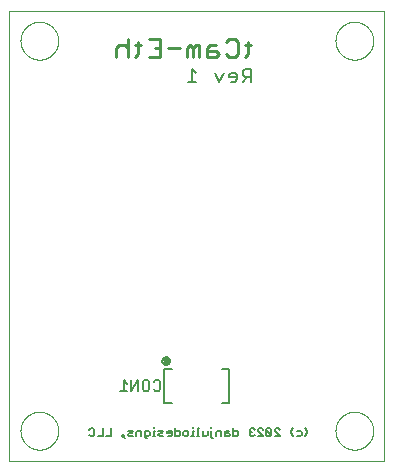
<source format=gbo>
G75*
%MOIN*%
%OFA0B0*%
%FSLAX25Y25*%
%IPPOS*%
%LPD*%
%AMOC8*
5,1,8,0,0,1.08239X$1,22.5*
%
%ADD10C,0.00000*%
%ADD11C,0.01100*%
%ADD12C,0.00800*%
%ADD13C,0.00500*%
%ADD14C,0.00806*%
%ADD15C,0.00600*%
D10*
X0031033Y0023661D02*
X0031033Y0173661D01*
X0156033Y0173661D01*
X0156033Y0023661D01*
X0031033Y0023661D01*
X0034734Y0033661D02*
X0034736Y0033819D01*
X0034742Y0033977D01*
X0034752Y0034135D01*
X0034766Y0034293D01*
X0034784Y0034450D01*
X0034805Y0034607D01*
X0034831Y0034763D01*
X0034861Y0034919D01*
X0034894Y0035074D01*
X0034932Y0035227D01*
X0034973Y0035380D01*
X0035018Y0035532D01*
X0035067Y0035683D01*
X0035120Y0035832D01*
X0035176Y0035980D01*
X0035236Y0036126D01*
X0035300Y0036271D01*
X0035368Y0036414D01*
X0035439Y0036556D01*
X0035513Y0036696D01*
X0035591Y0036833D01*
X0035673Y0036969D01*
X0035757Y0037103D01*
X0035846Y0037234D01*
X0035937Y0037363D01*
X0036032Y0037490D01*
X0036129Y0037615D01*
X0036230Y0037737D01*
X0036334Y0037856D01*
X0036441Y0037973D01*
X0036551Y0038087D01*
X0036664Y0038198D01*
X0036779Y0038307D01*
X0036897Y0038412D01*
X0037018Y0038514D01*
X0037141Y0038614D01*
X0037267Y0038710D01*
X0037395Y0038803D01*
X0037525Y0038893D01*
X0037658Y0038979D01*
X0037793Y0039063D01*
X0037929Y0039142D01*
X0038068Y0039219D01*
X0038209Y0039291D01*
X0038351Y0039361D01*
X0038495Y0039426D01*
X0038641Y0039488D01*
X0038788Y0039546D01*
X0038937Y0039601D01*
X0039087Y0039652D01*
X0039238Y0039699D01*
X0039390Y0039742D01*
X0039543Y0039781D01*
X0039698Y0039817D01*
X0039853Y0039848D01*
X0040009Y0039876D01*
X0040165Y0039900D01*
X0040322Y0039920D01*
X0040480Y0039936D01*
X0040637Y0039948D01*
X0040796Y0039956D01*
X0040954Y0039960D01*
X0041112Y0039960D01*
X0041270Y0039956D01*
X0041429Y0039948D01*
X0041586Y0039936D01*
X0041744Y0039920D01*
X0041901Y0039900D01*
X0042057Y0039876D01*
X0042213Y0039848D01*
X0042368Y0039817D01*
X0042523Y0039781D01*
X0042676Y0039742D01*
X0042828Y0039699D01*
X0042979Y0039652D01*
X0043129Y0039601D01*
X0043278Y0039546D01*
X0043425Y0039488D01*
X0043571Y0039426D01*
X0043715Y0039361D01*
X0043857Y0039291D01*
X0043998Y0039219D01*
X0044137Y0039142D01*
X0044273Y0039063D01*
X0044408Y0038979D01*
X0044541Y0038893D01*
X0044671Y0038803D01*
X0044799Y0038710D01*
X0044925Y0038614D01*
X0045048Y0038514D01*
X0045169Y0038412D01*
X0045287Y0038307D01*
X0045402Y0038198D01*
X0045515Y0038087D01*
X0045625Y0037973D01*
X0045732Y0037856D01*
X0045836Y0037737D01*
X0045937Y0037615D01*
X0046034Y0037490D01*
X0046129Y0037363D01*
X0046220Y0037234D01*
X0046309Y0037103D01*
X0046393Y0036969D01*
X0046475Y0036833D01*
X0046553Y0036696D01*
X0046627Y0036556D01*
X0046698Y0036414D01*
X0046766Y0036271D01*
X0046830Y0036126D01*
X0046890Y0035980D01*
X0046946Y0035832D01*
X0046999Y0035683D01*
X0047048Y0035532D01*
X0047093Y0035380D01*
X0047134Y0035227D01*
X0047172Y0035074D01*
X0047205Y0034919D01*
X0047235Y0034763D01*
X0047261Y0034607D01*
X0047282Y0034450D01*
X0047300Y0034293D01*
X0047314Y0034135D01*
X0047324Y0033977D01*
X0047330Y0033819D01*
X0047332Y0033661D01*
X0047330Y0033503D01*
X0047324Y0033345D01*
X0047314Y0033187D01*
X0047300Y0033029D01*
X0047282Y0032872D01*
X0047261Y0032715D01*
X0047235Y0032559D01*
X0047205Y0032403D01*
X0047172Y0032248D01*
X0047134Y0032095D01*
X0047093Y0031942D01*
X0047048Y0031790D01*
X0046999Y0031639D01*
X0046946Y0031490D01*
X0046890Y0031342D01*
X0046830Y0031196D01*
X0046766Y0031051D01*
X0046698Y0030908D01*
X0046627Y0030766D01*
X0046553Y0030626D01*
X0046475Y0030489D01*
X0046393Y0030353D01*
X0046309Y0030219D01*
X0046220Y0030088D01*
X0046129Y0029959D01*
X0046034Y0029832D01*
X0045937Y0029707D01*
X0045836Y0029585D01*
X0045732Y0029466D01*
X0045625Y0029349D01*
X0045515Y0029235D01*
X0045402Y0029124D01*
X0045287Y0029015D01*
X0045169Y0028910D01*
X0045048Y0028808D01*
X0044925Y0028708D01*
X0044799Y0028612D01*
X0044671Y0028519D01*
X0044541Y0028429D01*
X0044408Y0028343D01*
X0044273Y0028259D01*
X0044137Y0028180D01*
X0043998Y0028103D01*
X0043857Y0028031D01*
X0043715Y0027961D01*
X0043571Y0027896D01*
X0043425Y0027834D01*
X0043278Y0027776D01*
X0043129Y0027721D01*
X0042979Y0027670D01*
X0042828Y0027623D01*
X0042676Y0027580D01*
X0042523Y0027541D01*
X0042368Y0027505D01*
X0042213Y0027474D01*
X0042057Y0027446D01*
X0041901Y0027422D01*
X0041744Y0027402D01*
X0041586Y0027386D01*
X0041429Y0027374D01*
X0041270Y0027366D01*
X0041112Y0027362D01*
X0040954Y0027362D01*
X0040796Y0027366D01*
X0040637Y0027374D01*
X0040480Y0027386D01*
X0040322Y0027402D01*
X0040165Y0027422D01*
X0040009Y0027446D01*
X0039853Y0027474D01*
X0039698Y0027505D01*
X0039543Y0027541D01*
X0039390Y0027580D01*
X0039238Y0027623D01*
X0039087Y0027670D01*
X0038937Y0027721D01*
X0038788Y0027776D01*
X0038641Y0027834D01*
X0038495Y0027896D01*
X0038351Y0027961D01*
X0038209Y0028031D01*
X0038068Y0028103D01*
X0037929Y0028180D01*
X0037793Y0028259D01*
X0037658Y0028343D01*
X0037525Y0028429D01*
X0037395Y0028519D01*
X0037267Y0028612D01*
X0037141Y0028708D01*
X0037018Y0028808D01*
X0036897Y0028910D01*
X0036779Y0029015D01*
X0036664Y0029124D01*
X0036551Y0029235D01*
X0036441Y0029349D01*
X0036334Y0029466D01*
X0036230Y0029585D01*
X0036129Y0029707D01*
X0036032Y0029832D01*
X0035937Y0029959D01*
X0035846Y0030088D01*
X0035757Y0030219D01*
X0035673Y0030353D01*
X0035591Y0030489D01*
X0035513Y0030626D01*
X0035439Y0030766D01*
X0035368Y0030908D01*
X0035300Y0031051D01*
X0035236Y0031196D01*
X0035176Y0031342D01*
X0035120Y0031490D01*
X0035067Y0031639D01*
X0035018Y0031790D01*
X0034973Y0031942D01*
X0034932Y0032095D01*
X0034894Y0032248D01*
X0034861Y0032403D01*
X0034831Y0032559D01*
X0034805Y0032715D01*
X0034784Y0032872D01*
X0034766Y0033029D01*
X0034752Y0033187D01*
X0034742Y0033345D01*
X0034736Y0033503D01*
X0034734Y0033661D01*
X0139734Y0033661D02*
X0139736Y0033819D01*
X0139742Y0033977D01*
X0139752Y0034135D01*
X0139766Y0034293D01*
X0139784Y0034450D01*
X0139805Y0034607D01*
X0139831Y0034763D01*
X0139861Y0034919D01*
X0139894Y0035074D01*
X0139932Y0035227D01*
X0139973Y0035380D01*
X0140018Y0035532D01*
X0140067Y0035683D01*
X0140120Y0035832D01*
X0140176Y0035980D01*
X0140236Y0036126D01*
X0140300Y0036271D01*
X0140368Y0036414D01*
X0140439Y0036556D01*
X0140513Y0036696D01*
X0140591Y0036833D01*
X0140673Y0036969D01*
X0140757Y0037103D01*
X0140846Y0037234D01*
X0140937Y0037363D01*
X0141032Y0037490D01*
X0141129Y0037615D01*
X0141230Y0037737D01*
X0141334Y0037856D01*
X0141441Y0037973D01*
X0141551Y0038087D01*
X0141664Y0038198D01*
X0141779Y0038307D01*
X0141897Y0038412D01*
X0142018Y0038514D01*
X0142141Y0038614D01*
X0142267Y0038710D01*
X0142395Y0038803D01*
X0142525Y0038893D01*
X0142658Y0038979D01*
X0142793Y0039063D01*
X0142929Y0039142D01*
X0143068Y0039219D01*
X0143209Y0039291D01*
X0143351Y0039361D01*
X0143495Y0039426D01*
X0143641Y0039488D01*
X0143788Y0039546D01*
X0143937Y0039601D01*
X0144087Y0039652D01*
X0144238Y0039699D01*
X0144390Y0039742D01*
X0144543Y0039781D01*
X0144698Y0039817D01*
X0144853Y0039848D01*
X0145009Y0039876D01*
X0145165Y0039900D01*
X0145322Y0039920D01*
X0145480Y0039936D01*
X0145637Y0039948D01*
X0145796Y0039956D01*
X0145954Y0039960D01*
X0146112Y0039960D01*
X0146270Y0039956D01*
X0146429Y0039948D01*
X0146586Y0039936D01*
X0146744Y0039920D01*
X0146901Y0039900D01*
X0147057Y0039876D01*
X0147213Y0039848D01*
X0147368Y0039817D01*
X0147523Y0039781D01*
X0147676Y0039742D01*
X0147828Y0039699D01*
X0147979Y0039652D01*
X0148129Y0039601D01*
X0148278Y0039546D01*
X0148425Y0039488D01*
X0148571Y0039426D01*
X0148715Y0039361D01*
X0148857Y0039291D01*
X0148998Y0039219D01*
X0149137Y0039142D01*
X0149273Y0039063D01*
X0149408Y0038979D01*
X0149541Y0038893D01*
X0149671Y0038803D01*
X0149799Y0038710D01*
X0149925Y0038614D01*
X0150048Y0038514D01*
X0150169Y0038412D01*
X0150287Y0038307D01*
X0150402Y0038198D01*
X0150515Y0038087D01*
X0150625Y0037973D01*
X0150732Y0037856D01*
X0150836Y0037737D01*
X0150937Y0037615D01*
X0151034Y0037490D01*
X0151129Y0037363D01*
X0151220Y0037234D01*
X0151309Y0037103D01*
X0151393Y0036969D01*
X0151475Y0036833D01*
X0151553Y0036696D01*
X0151627Y0036556D01*
X0151698Y0036414D01*
X0151766Y0036271D01*
X0151830Y0036126D01*
X0151890Y0035980D01*
X0151946Y0035832D01*
X0151999Y0035683D01*
X0152048Y0035532D01*
X0152093Y0035380D01*
X0152134Y0035227D01*
X0152172Y0035074D01*
X0152205Y0034919D01*
X0152235Y0034763D01*
X0152261Y0034607D01*
X0152282Y0034450D01*
X0152300Y0034293D01*
X0152314Y0034135D01*
X0152324Y0033977D01*
X0152330Y0033819D01*
X0152332Y0033661D01*
X0152330Y0033503D01*
X0152324Y0033345D01*
X0152314Y0033187D01*
X0152300Y0033029D01*
X0152282Y0032872D01*
X0152261Y0032715D01*
X0152235Y0032559D01*
X0152205Y0032403D01*
X0152172Y0032248D01*
X0152134Y0032095D01*
X0152093Y0031942D01*
X0152048Y0031790D01*
X0151999Y0031639D01*
X0151946Y0031490D01*
X0151890Y0031342D01*
X0151830Y0031196D01*
X0151766Y0031051D01*
X0151698Y0030908D01*
X0151627Y0030766D01*
X0151553Y0030626D01*
X0151475Y0030489D01*
X0151393Y0030353D01*
X0151309Y0030219D01*
X0151220Y0030088D01*
X0151129Y0029959D01*
X0151034Y0029832D01*
X0150937Y0029707D01*
X0150836Y0029585D01*
X0150732Y0029466D01*
X0150625Y0029349D01*
X0150515Y0029235D01*
X0150402Y0029124D01*
X0150287Y0029015D01*
X0150169Y0028910D01*
X0150048Y0028808D01*
X0149925Y0028708D01*
X0149799Y0028612D01*
X0149671Y0028519D01*
X0149541Y0028429D01*
X0149408Y0028343D01*
X0149273Y0028259D01*
X0149137Y0028180D01*
X0148998Y0028103D01*
X0148857Y0028031D01*
X0148715Y0027961D01*
X0148571Y0027896D01*
X0148425Y0027834D01*
X0148278Y0027776D01*
X0148129Y0027721D01*
X0147979Y0027670D01*
X0147828Y0027623D01*
X0147676Y0027580D01*
X0147523Y0027541D01*
X0147368Y0027505D01*
X0147213Y0027474D01*
X0147057Y0027446D01*
X0146901Y0027422D01*
X0146744Y0027402D01*
X0146586Y0027386D01*
X0146429Y0027374D01*
X0146270Y0027366D01*
X0146112Y0027362D01*
X0145954Y0027362D01*
X0145796Y0027366D01*
X0145637Y0027374D01*
X0145480Y0027386D01*
X0145322Y0027402D01*
X0145165Y0027422D01*
X0145009Y0027446D01*
X0144853Y0027474D01*
X0144698Y0027505D01*
X0144543Y0027541D01*
X0144390Y0027580D01*
X0144238Y0027623D01*
X0144087Y0027670D01*
X0143937Y0027721D01*
X0143788Y0027776D01*
X0143641Y0027834D01*
X0143495Y0027896D01*
X0143351Y0027961D01*
X0143209Y0028031D01*
X0143068Y0028103D01*
X0142929Y0028180D01*
X0142793Y0028259D01*
X0142658Y0028343D01*
X0142525Y0028429D01*
X0142395Y0028519D01*
X0142267Y0028612D01*
X0142141Y0028708D01*
X0142018Y0028808D01*
X0141897Y0028910D01*
X0141779Y0029015D01*
X0141664Y0029124D01*
X0141551Y0029235D01*
X0141441Y0029349D01*
X0141334Y0029466D01*
X0141230Y0029585D01*
X0141129Y0029707D01*
X0141032Y0029832D01*
X0140937Y0029959D01*
X0140846Y0030088D01*
X0140757Y0030219D01*
X0140673Y0030353D01*
X0140591Y0030489D01*
X0140513Y0030626D01*
X0140439Y0030766D01*
X0140368Y0030908D01*
X0140300Y0031051D01*
X0140236Y0031196D01*
X0140176Y0031342D01*
X0140120Y0031490D01*
X0140067Y0031639D01*
X0140018Y0031790D01*
X0139973Y0031942D01*
X0139932Y0032095D01*
X0139894Y0032248D01*
X0139861Y0032403D01*
X0139831Y0032559D01*
X0139805Y0032715D01*
X0139784Y0032872D01*
X0139766Y0033029D01*
X0139752Y0033187D01*
X0139742Y0033345D01*
X0139736Y0033503D01*
X0139734Y0033661D01*
X0139734Y0163661D02*
X0139736Y0163819D01*
X0139742Y0163977D01*
X0139752Y0164135D01*
X0139766Y0164293D01*
X0139784Y0164450D01*
X0139805Y0164607D01*
X0139831Y0164763D01*
X0139861Y0164919D01*
X0139894Y0165074D01*
X0139932Y0165227D01*
X0139973Y0165380D01*
X0140018Y0165532D01*
X0140067Y0165683D01*
X0140120Y0165832D01*
X0140176Y0165980D01*
X0140236Y0166126D01*
X0140300Y0166271D01*
X0140368Y0166414D01*
X0140439Y0166556D01*
X0140513Y0166696D01*
X0140591Y0166833D01*
X0140673Y0166969D01*
X0140757Y0167103D01*
X0140846Y0167234D01*
X0140937Y0167363D01*
X0141032Y0167490D01*
X0141129Y0167615D01*
X0141230Y0167737D01*
X0141334Y0167856D01*
X0141441Y0167973D01*
X0141551Y0168087D01*
X0141664Y0168198D01*
X0141779Y0168307D01*
X0141897Y0168412D01*
X0142018Y0168514D01*
X0142141Y0168614D01*
X0142267Y0168710D01*
X0142395Y0168803D01*
X0142525Y0168893D01*
X0142658Y0168979D01*
X0142793Y0169063D01*
X0142929Y0169142D01*
X0143068Y0169219D01*
X0143209Y0169291D01*
X0143351Y0169361D01*
X0143495Y0169426D01*
X0143641Y0169488D01*
X0143788Y0169546D01*
X0143937Y0169601D01*
X0144087Y0169652D01*
X0144238Y0169699D01*
X0144390Y0169742D01*
X0144543Y0169781D01*
X0144698Y0169817D01*
X0144853Y0169848D01*
X0145009Y0169876D01*
X0145165Y0169900D01*
X0145322Y0169920D01*
X0145480Y0169936D01*
X0145637Y0169948D01*
X0145796Y0169956D01*
X0145954Y0169960D01*
X0146112Y0169960D01*
X0146270Y0169956D01*
X0146429Y0169948D01*
X0146586Y0169936D01*
X0146744Y0169920D01*
X0146901Y0169900D01*
X0147057Y0169876D01*
X0147213Y0169848D01*
X0147368Y0169817D01*
X0147523Y0169781D01*
X0147676Y0169742D01*
X0147828Y0169699D01*
X0147979Y0169652D01*
X0148129Y0169601D01*
X0148278Y0169546D01*
X0148425Y0169488D01*
X0148571Y0169426D01*
X0148715Y0169361D01*
X0148857Y0169291D01*
X0148998Y0169219D01*
X0149137Y0169142D01*
X0149273Y0169063D01*
X0149408Y0168979D01*
X0149541Y0168893D01*
X0149671Y0168803D01*
X0149799Y0168710D01*
X0149925Y0168614D01*
X0150048Y0168514D01*
X0150169Y0168412D01*
X0150287Y0168307D01*
X0150402Y0168198D01*
X0150515Y0168087D01*
X0150625Y0167973D01*
X0150732Y0167856D01*
X0150836Y0167737D01*
X0150937Y0167615D01*
X0151034Y0167490D01*
X0151129Y0167363D01*
X0151220Y0167234D01*
X0151309Y0167103D01*
X0151393Y0166969D01*
X0151475Y0166833D01*
X0151553Y0166696D01*
X0151627Y0166556D01*
X0151698Y0166414D01*
X0151766Y0166271D01*
X0151830Y0166126D01*
X0151890Y0165980D01*
X0151946Y0165832D01*
X0151999Y0165683D01*
X0152048Y0165532D01*
X0152093Y0165380D01*
X0152134Y0165227D01*
X0152172Y0165074D01*
X0152205Y0164919D01*
X0152235Y0164763D01*
X0152261Y0164607D01*
X0152282Y0164450D01*
X0152300Y0164293D01*
X0152314Y0164135D01*
X0152324Y0163977D01*
X0152330Y0163819D01*
X0152332Y0163661D01*
X0152330Y0163503D01*
X0152324Y0163345D01*
X0152314Y0163187D01*
X0152300Y0163029D01*
X0152282Y0162872D01*
X0152261Y0162715D01*
X0152235Y0162559D01*
X0152205Y0162403D01*
X0152172Y0162248D01*
X0152134Y0162095D01*
X0152093Y0161942D01*
X0152048Y0161790D01*
X0151999Y0161639D01*
X0151946Y0161490D01*
X0151890Y0161342D01*
X0151830Y0161196D01*
X0151766Y0161051D01*
X0151698Y0160908D01*
X0151627Y0160766D01*
X0151553Y0160626D01*
X0151475Y0160489D01*
X0151393Y0160353D01*
X0151309Y0160219D01*
X0151220Y0160088D01*
X0151129Y0159959D01*
X0151034Y0159832D01*
X0150937Y0159707D01*
X0150836Y0159585D01*
X0150732Y0159466D01*
X0150625Y0159349D01*
X0150515Y0159235D01*
X0150402Y0159124D01*
X0150287Y0159015D01*
X0150169Y0158910D01*
X0150048Y0158808D01*
X0149925Y0158708D01*
X0149799Y0158612D01*
X0149671Y0158519D01*
X0149541Y0158429D01*
X0149408Y0158343D01*
X0149273Y0158259D01*
X0149137Y0158180D01*
X0148998Y0158103D01*
X0148857Y0158031D01*
X0148715Y0157961D01*
X0148571Y0157896D01*
X0148425Y0157834D01*
X0148278Y0157776D01*
X0148129Y0157721D01*
X0147979Y0157670D01*
X0147828Y0157623D01*
X0147676Y0157580D01*
X0147523Y0157541D01*
X0147368Y0157505D01*
X0147213Y0157474D01*
X0147057Y0157446D01*
X0146901Y0157422D01*
X0146744Y0157402D01*
X0146586Y0157386D01*
X0146429Y0157374D01*
X0146270Y0157366D01*
X0146112Y0157362D01*
X0145954Y0157362D01*
X0145796Y0157366D01*
X0145637Y0157374D01*
X0145480Y0157386D01*
X0145322Y0157402D01*
X0145165Y0157422D01*
X0145009Y0157446D01*
X0144853Y0157474D01*
X0144698Y0157505D01*
X0144543Y0157541D01*
X0144390Y0157580D01*
X0144238Y0157623D01*
X0144087Y0157670D01*
X0143937Y0157721D01*
X0143788Y0157776D01*
X0143641Y0157834D01*
X0143495Y0157896D01*
X0143351Y0157961D01*
X0143209Y0158031D01*
X0143068Y0158103D01*
X0142929Y0158180D01*
X0142793Y0158259D01*
X0142658Y0158343D01*
X0142525Y0158429D01*
X0142395Y0158519D01*
X0142267Y0158612D01*
X0142141Y0158708D01*
X0142018Y0158808D01*
X0141897Y0158910D01*
X0141779Y0159015D01*
X0141664Y0159124D01*
X0141551Y0159235D01*
X0141441Y0159349D01*
X0141334Y0159466D01*
X0141230Y0159585D01*
X0141129Y0159707D01*
X0141032Y0159832D01*
X0140937Y0159959D01*
X0140846Y0160088D01*
X0140757Y0160219D01*
X0140673Y0160353D01*
X0140591Y0160489D01*
X0140513Y0160626D01*
X0140439Y0160766D01*
X0140368Y0160908D01*
X0140300Y0161051D01*
X0140236Y0161196D01*
X0140176Y0161342D01*
X0140120Y0161490D01*
X0140067Y0161639D01*
X0140018Y0161790D01*
X0139973Y0161942D01*
X0139932Y0162095D01*
X0139894Y0162248D01*
X0139861Y0162403D01*
X0139831Y0162559D01*
X0139805Y0162715D01*
X0139784Y0162872D01*
X0139766Y0163029D01*
X0139752Y0163187D01*
X0139742Y0163345D01*
X0139736Y0163503D01*
X0139734Y0163661D01*
X0034734Y0163661D02*
X0034736Y0163819D01*
X0034742Y0163977D01*
X0034752Y0164135D01*
X0034766Y0164293D01*
X0034784Y0164450D01*
X0034805Y0164607D01*
X0034831Y0164763D01*
X0034861Y0164919D01*
X0034894Y0165074D01*
X0034932Y0165227D01*
X0034973Y0165380D01*
X0035018Y0165532D01*
X0035067Y0165683D01*
X0035120Y0165832D01*
X0035176Y0165980D01*
X0035236Y0166126D01*
X0035300Y0166271D01*
X0035368Y0166414D01*
X0035439Y0166556D01*
X0035513Y0166696D01*
X0035591Y0166833D01*
X0035673Y0166969D01*
X0035757Y0167103D01*
X0035846Y0167234D01*
X0035937Y0167363D01*
X0036032Y0167490D01*
X0036129Y0167615D01*
X0036230Y0167737D01*
X0036334Y0167856D01*
X0036441Y0167973D01*
X0036551Y0168087D01*
X0036664Y0168198D01*
X0036779Y0168307D01*
X0036897Y0168412D01*
X0037018Y0168514D01*
X0037141Y0168614D01*
X0037267Y0168710D01*
X0037395Y0168803D01*
X0037525Y0168893D01*
X0037658Y0168979D01*
X0037793Y0169063D01*
X0037929Y0169142D01*
X0038068Y0169219D01*
X0038209Y0169291D01*
X0038351Y0169361D01*
X0038495Y0169426D01*
X0038641Y0169488D01*
X0038788Y0169546D01*
X0038937Y0169601D01*
X0039087Y0169652D01*
X0039238Y0169699D01*
X0039390Y0169742D01*
X0039543Y0169781D01*
X0039698Y0169817D01*
X0039853Y0169848D01*
X0040009Y0169876D01*
X0040165Y0169900D01*
X0040322Y0169920D01*
X0040480Y0169936D01*
X0040637Y0169948D01*
X0040796Y0169956D01*
X0040954Y0169960D01*
X0041112Y0169960D01*
X0041270Y0169956D01*
X0041429Y0169948D01*
X0041586Y0169936D01*
X0041744Y0169920D01*
X0041901Y0169900D01*
X0042057Y0169876D01*
X0042213Y0169848D01*
X0042368Y0169817D01*
X0042523Y0169781D01*
X0042676Y0169742D01*
X0042828Y0169699D01*
X0042979Y0169652D01*
X0043129Y0169601D01*
X0043278Y0169546D01*
X0043425Y0169488D01*
X0043571Y0169426D01*
X0043715Y0169361D01*
X0043857Y0169291D01*
X0043998Y0169219D01*
X0044137Y0169142D01*
X0044273Y0169063D01*
X0044408Y0168979D01*
X0044541Y0168893D01*
X0044671Y0168803D01*
X0044799Y0168710D01*
X0044925Y0168614D01*
X0045048Y0168514D01*
X0045169Y0168412D01*
X0045287Y0168307D01*
X0045402Y0168198D01*
X0045515Y0168087D01*
X0045625Y0167973D01*
X0045732Y0167856D01*
X0045836Y0167737D01*
X0045937Y0167615D01*
X0046034Y0167490D01*
X0046129Y0167363D01*
X0046220Y0167234D01*
X0046309Y0167103D01*
X0046393Y0166969D01*
X0046475Y0166833D01*
X0046553Y0166696D01*
X0046627Y0166556D01*
X0046698Y0166414D01*
X0046766Y0166271D01*
X0046830Y0166126D01*
X0046890Y0165980D01*
X0046946Y0165832D01*
X0046999Y0165683D01*
X0047048Y0165532D01*
X0047093Y0165380D01*
X0047134Y0165227D01*
X0047172Y0165074D01*
X0047205Y0164919D01*
X0047235Y0164763D01*
X0047261Y0164607D01*
X0047282Y0164450D01*
X0047300Y0164293D01*
X0047314Y0164135D01*
X0047324Y0163977D01*
X0047330Y0163819D01*
X0047332Y0163661D01*
X0047330Y0163503D01*
X0047324Y0163345D01*
X0047314Y0163187D01*
X0047300Y0163029D01*
X0047282Y0162872D01*
X0047261Y0162715D01*
X0047235Y0162559D01*
X0047205Y0162403D01*
X0047172Y0162248D01*
X0047134Y0162095D01*
X0047093Y0161942D01*
X0047048Y0161790D01*
X0046999Y0161639D01*
X0046946Y0161490D01*
X0046890Y0161342D01*
X0046830Y0161196D01*
X0046766Y0161051D01*
X0046698Y0160908D01*
X0046627Y0160766D01*
X0046553Y0160626D01*
X0046475Y0160489D01*
X0046393Y0160353D01*
X0046309Y0160219D01*
X0046220Y0160088D01*
X0046129Y0159959D01*
X0046034Y0159832D01*
X0045937Y0159707D01*
X0045836Y0159585D01*
X0045732Y0159466D01*
X0045625Y0159349D01*
X0045515Y0159235D01*
X0045402Y0159124D01*
X0045287Y0159015D01*
X0045169Y0158910D01*
X0045048Y0158808D01*
X0044925Y0158708D01*
X0044799Y0158612D01*
X0044671Y0158519D01*
X0044541Y0158429D01*
X0044408Y0158343D01*
X0044273Y0158259D01*
X0044137Y0158180D01*
X0043998Y0158103D01*
X0043857Y0158031D01*
X0043715Y0157961D01*
X0043571Y0157896D01*
X0043425Y0157834D01*
X0043278Y0157776D01*
X0043129Y0157721D01*
X0042979Y0157670D01*
X0042828Y0157623D01*
X0042676Y0157580D01*
X0042523Y0157541D01*
X0042368Y0157505D01*
X0042213Y0157474D01*
X0042057Y0157446D01*
X0041901Y0157422D01*
X0041744Y0157402D01*
X0041586Y0157386D01*
X0041429Y0157374D01*
X0041270Y0157366D01*
X0041112Y0157362D01*
X0040954Y0157362D01*
X0040796Y0157366D01*
X0040637Y0157374D01*
X0040480Y0157386D01*
X0040322Y0157402D01*
X0040165Y0157422D01*
X0040009Y0157446D01*
X0039853Y0157474D01*
X0039698Y0157505D01*
X0039543Y0157541D01*
X0039390Y0157580D01*
X0039238Y0157623D01*
X0039087Y0157670D01*
X0038937Y0157721D01*
X0038788Y0157776D01*
X0038641Y0157834D01*
X0038495Y0157896D01*
X0038351Y0157961D01*
X0038209Y0158031D01*
X0038068Y0158103D01*
X0037929Y0158180D01*
X0037793Y0158259D01*
X0037658Y0158343D01*
X0037525Y0158429D01*
X0037395Y0158519D01*
X0037267Y0158612D01*
X0037141Y0158708D01*
X0037018Y0158808D01*
X0036897Y0158910D01*
X0036779Y0159015D01*
X0036664Y0159124D01*
X0036551Y0159235D01*
X0036441Y0159349D01*
X0036334Y0159466D01*
X0036230Y0159585D01*
X0036129Y0159707D01*
X0036032Y0159832D01*
X0035937Y0159959D01*
X0035846Y0160088D01*
X0035757Y0160219D01*
X0035673Y0160353D01*
X0035591Y0160489D01*
X0035513Y0160626D01*
X0035439Y0160766D01*
X0035368Y0160908D01*
X0035300Y0161051D01*
X0035236Y0161196D01*
X0035176Y0161342D01*
X0035120Y0161490D01*
X0035067Y0161639D01*
X0035018Y0161790D01*
X0034973Y0161942D01*
X0034932Y0162095D01*
X0034894Y0162248D01*
X0034861Y0162403D01*
X0034831Y0162559D01*
X0034805Y0162715D01*
X0034784Y0162872D01*
X0034766Y0163029D01*
X0034752Y0163187D01*
X0034742Y0163345D01*
X0034736Y0163503D01*
X0034734Y0163661D01*
D11*
X0066725Y0161164D02*
X0066725Y0158211D01*
X0066725Y0161164D02*
X0067709Y0162148D01*
X0069677Y0162148D01*
X0070661Y0161164D01*
X0070661Y0164116D02*
X0070661Y0158211D01*
X0072990Y0158211D02*
X0073974Y0159195D01*
X0073974Y0163132D01*
X0074958Y0162148D02*
X0072990Y0162148D01*
X0077467Y0164116D02*
X0081404Y0164116D01*
X0081404Y0158211D01*
X0077467Y0158211D01*
X0079435Y0161164D02*
X0081404Y0161164D01*
X0083913Y0161164D02*
X0087849Y0161164D01*
X0090358Y0161164D02*
X0090358Y0158211D01*
X0092326Y0158211D02*
X0092326Y0161164D01*
X0091342Y0162148D01*
X0090358Y0161164D01*
X0092326Y0161164D02*
X0093311Y0162148D01*
X0094295Y0162148D01*
X0094295Y0158211D01*
X0096804Y0158211D02*
X0096804Y0161164D01*
X0097788Y0162148D01*
X0099756Y0162148D01*
X0099756Y0160179D02*
X0096804Y0160179D01*
X0096804Y0158211D02*
X0099756Y0158211D01*
X0100740Y0159195D01*
X0099756Y0160179D01*
X0103249Y0159195D02*
X0104233Y0158211D01*
X0106202Y0158211D01*
X0107186Y0159195D01*
X0107186Y0163132D01*
X0106202Y0164116D01*
X0104233Y0164116D01*
X0103249Y0163132D01*
X0109514Y0162148D02*
X0111483Y0162148D01*
X0110499Y0163132D02*
X0110499Y0159195D01*
X0109514Y0158211D01*
D12*
X0109531Y0154265D02*
X0108830Y0153564D01*
X0108830Y0152163D01*
X0109531Y0151462D01*
X0111633Y0151462D01*
X0111633Y0150061D02*
X0111633Y0154265D01*
X0109531Y0154265D01*
X0110232Y0151462D02*
X0108830Y0150061D01*
X0107029Y0150762D02*
X0107029Y0152163D01*
X0106328Y0152863D01*
X0104927Y0152863D01*
X0104226Y0152163D01*
X0104226Y0151462D01*
X0107029Y0151462D01*
X0107029Y0150762D02*
X0106328Y0150061D01*
X0104927Y0150061D01*
X0102425Y0152863D02*
X0101024Y0150061D01*
X0099623Y0152863D01*
X0093217Y0152863D02*
X0091816Y0154265D01*
X0091816Y0150061D01*
X0093217Y0150061D02*
X0090415Y0150061D01*
D13*
X0092114Y0034830D02*
X0092114Y0034413D01*
X0092114Y0033579D02*
X0092114Y0031911D01*
X0092531Y0031911D02*
X0091697Y0031911D01*
X0090689Y0032328D02*
X0090689Y0033162D01*
X0090272Y0033579D01*
X0089438Y0033579D01*
X0089021Y0033162D01*
X0089021Y0032328D01*
X0089438Y0031911D01*
X0090272Y0031911D01*
X0090689Y0032328D01*
X0092114Y0033579D02*
X0092531Y0033579D01*
X0093955Y0034413D02*
X0093955Y0031911D01*
X0094372Y0031911D02*
X0093538Y0031911D01*
X0095466Y0031911D02*
X0095466Y0033579D01*
X0094372Y0034413D02*
X0093955Y0034413D01*
X0095466Y0031911D02*
X0096718Y0031911D01*
X0097135Y0032328D01*
X0097135Y0033579D01*
X0098142Y0033579D02*
X0098142Y0031494D01*
X0098559Y0031077D01*
X0098976Y0031077D01*
X0100070Y0031911D02*
X0100070Y0033162D01*
X0100487Y0033579D01*
X0101738Y0033579D01*
X0101738Y0031911D01*
X0102833Y0031911D02*
X0102833Y0033162D01*
X0103250Y0033579D01*
X0104084Y0033579D01*
X0104084Y0032745D02*
X0102833Y0032745D01*
X0102833Y0031911D02*
X0104084Y0031911D01*
X0104501Y0032328D01*
X0104084Y0032745D01*
X0105595Y0031911D02*
X0106846Y0031911D01*
X0107263Y0032328D01*
X0107263Y0033162D01*
X0106846Y0033579D01*
X0105595Y0033579D01*
X0105595Y0034413D02*
X0105595Y0031911D01*
X0111120Y0032328D02*
X0111537Y0031911D01*
X0112371Y0031911D01*
X0112788Y0032328D01*
X0113882Y0031911D02*
X0115550Y0031911D01*
X0113882Y0033579D01*
X0113882Y0033996D01*
X0114299Y0034413D01*
X0115133Y0034413D01*
X0115550Y0033996D01*
X0116644Y0033996D02*
X0118313Y0032328D01*
X0117896Y0031911D01*
X0117062Y0031911D01*
X0116644Y0032328D01*
X0116644Y0033996D01*
X0117062Y0034413D01*
X0117896Y0034413D01*
X0118313Y0033996D01*
X0118313Y0032328D01*
X0119407Y0031911D02*
X0121075Y0031911D01*
X0119407Y0033579D01*
X0119407Y0033996D01*
X0119824Y0034413D01*
X0120658Y0034413D01*
X0121075Y0033996D01*
X0124845Y0033579D02*
X0125679Y0034413D01*
X0124845Y0033579D02*
X0124845Y0032745D01*
X0125679Y0031911D01*
X0126773Y0031911D02*
X0128024Y0031911D01*
X0128441Y0032328D01*
X0128441Y0033162D01*
X0128024Y0033579D01*
X0126773Y0033579D01*
X0129449Y0034413D02*
X0130283Y0033579D01*
X0130283Y0032745D01*
X0129449Y0031911D01*
X0112788Y0033996D02*
X0112371Y0034413D01*
X0111537Y0034413D01*
X0111120Y0033996D01*
X0111120Y0033579D01*
X0111537Y0033162D01*
X0111120Y0032745D01*
X0111120Y0032328D01*
X0111537Y0033162D02*
X0111954Y0033162D01*
X0098142Y0034413D02*
X0098142Y0034830D01*
X0087927Y0033162D02*
X0087927Y0032328D01*
X0087510Y0031911D01*
X0086259Y0031911D01*
X0086259Y0034413D01*
X0086259Y0033579D02*
X0087510Y0033579D01*
X0087927Y0033162D01*
X0085164Y0033162D02*
X0085164Y0032328D01*
X0084747Y0031911D01*
X0083913Y0031911D01*
X0083496Y0032745D02*
X0085164Y0032745D01*
X0085164Y0033162D02*
X0084747Y0033579D01*
X0083913Y0033579D01*
X0083496Y0033162D01*
X0083496Y0032745D01*
X0082402Y0033162D02*
X0081985Y0033579D01*
X0080734Y0033579D01*
X0081151Y0032745D02*
X0080734Y0032328D01*
X0081151Y0031911D01*
X0082402Y0031911D01*
X0081985Y0032745D02*
X0082402Y0033162D01*
X0081985Y0032745D02*
X0081151Y0032745D01*
X0079640Y0031911D02*
X0078806Y0031911D01*
X0079223Y0031911D02*
X0079223Y0033579D01*
X0079640Y0033579D01*
X0079223Y0034413D02*
X0079223Y0034830D01*
X0077798Y0033162D02*
X0077798Y0032328D01*
X0077381Y0031911D01*
X0076130Y0031911D01*
X0076130Y0031494D02*
X0076130Y0033579D01*
X0077381Y0033579D01*
X0077798Y0033162D01*
X0076964Y0031077D02*
X0076547Y0031077D01*
X0076130Y0031494D01*
X0075036Y0031911D02*
X0075036Y0033579D01*
X0073785Y0033579D01*
X0073368Y0033162D01*
X0073368Y0031911D01*
X0072273Y0031911D02*
X0071022Y0031911D01*
X0070605Y0032328D01*
X0071022Y0032745D01*
X0071856Y0032745D01*
X0072273Y0033162D01*
X0071856Y0033579D01*
X0070605Y0033579D01*
X0069094Y0032328D02*
X0069094Y0031911D01*
X0068677Y0031911D01*
X0068677Y0032328D01*
X0069094Y0032328D01*
X0068677Y0031911D02*
X0069511Y0031077D01*
X0064907Y0031911D02*
X0063239Y0031911D01*
X0062145Y0031911D02*
X0062145Y0034413D01*
X0062145Y0031911D02*
X0060477Y0031911D01*
X0059382Y0032328D02*
X0059382Y0033996D01*
X0058965Y0034413D01*
X0058131Y0034413D01*
X0057714Y0033996D01*
X0057714Y0032328D02*
X0058131Y0031911D01*
X0058965Y0031911D01*
X0059382Y0032328D01*
X0064907Y0031911D02*
X0064907Y0034413D01*
D14*
X0082706Y0042952D02*
X0085265Y0042952D01*
X0082706Y0042952D02*
X0082706Y0054370D01*
X0085265Y0054370D01*
X0082903Y0056929D02*
X0082905Y0056968D01*
X0082911Y0057007D01*
X0082921Y0057045D01*
X0082934Y0057082D01*
X0082951Y0057117D01*
X0082971Y0057151D01*
X0082995Y0057182D01*
X0083022Y0057211D01*
X0083051Y0057237D01*
X0083083Y0057260D01*
X0083117Y0057280D01*
X0083153Y0057296D01*
X0083190Y0057308D01*
X0083229Y0057317D01*
X0083268Y0057322D01*
X0083307Y0057323D01*
X0083346Y0057320D01*
X0083385Y0057313D01*
X0083422Y0057302D01*
X0083459Y0057288D01*
X0083494Y0057270D01*
X0083527Y0057249D01*
X0083558Y0057224D01*
X0083586Y0057197D01*
X0083611Y0057167D01*
X0083633Y0057134D01*
X0083652Y0057100D01*
X0083667Y0057064D01*
X0083679Y0057026D01*
X0083687Y0056988D01*
X0083691Y0056949D01*
X0083691Y0056909D01*
X0083687Y0056870D01*
X0083679Y0056832D01*
X0083667Y0056794D01*
X0083652Y0056758D01*
X0083633Y0056724D01*
X0083611Y0056691D01*
X0083586Y0056661D01*
X0083558Y0056634D01*
X0083527Y0056609D01*
X0083494Y0056588D01*
X0083459Y0056570D01*
X0083422Y0056556D01*
X0083385Y0056545D01*
X0083346Y0056538D01*
X0083307Y0056535D01*
X0083268Y0056536D01*
X0083229Y0056541D01*
X0083190Y0056550D01*
X0083153Y0056562D01*
X0083117Y0056578D01*
X0083083Y0056598D01*
X0083051Y0056621D01*
X0083022Y0056647D01*
X0082995Y0056676D01*
X0082971Y0056707D01*
X0082951Y0056741D01*
X0082934Y0056776D01*
X0082921Y0056813D01*
X0082911Y0056851D01*
X0082905Y0056890D01*
X0082903Y0056929D01*
X0082740Y0056929D02*
X0082742Y0056976D01*
X0082748Y0057022D01*
X0082757Y0057068D01*
X0082771Y0057112D01*
X0082788Y0057156D01*
X0082809Y0057197D01*
X0082833Y0057237D01*
X0082860Y0057275D01*
X0082891Y0057310D01*
X0082924Y0057343D01*
X0082960Y0057373D01*
X0082999Y0057399D01*
X0083039Y0057423D01*
X0083081Y0057442D01*
X0083125Y0057459D01*
X0083170Y0057471D01*
X0083216Y0057480D01*
X0083262Y0057485D01*
X0083309Y0057486D01*
X0083355Y0057483D01*
X0083401Y0057476D01*
X0083447Y0057465D01*
X0083491Y0057451D01*
X0083534Y0057433D01*
X0083575Y0057411D01*
X0083615Y0057386D01*
X0083652Y0057358D01*
X0083687Y0057327D01*
X0083719Y0057293D01*
X0083748Y0057256D01*
X0083773Y0057218D01*
X0083796Y0057177D01*
X0083815Y0057134D01*
X0083830Y0057090D01*
X0083842Y0057045D01*
X0083850Y0056999D01*
X0083854Y0056952D01*
X0083854Y0056906D01*
X0083850Y0056859D01*
X0083842Y0056813D01*
X0083830Y0056768D01*
X0083815Y0056724D01*
X0083796Y0056681D01*
X0083773Y0056640D01*
X0083748Y0056602D01*
X0083719Y0056565D01*
X0083687Y0056531D01*
X0083652Y0056500D01*
X0083615Y0056472D01*
X0083576Y0056447D01*
X0083534Y0056425D01*
X0083491Y0056407D01*
X0083447Y0056393D01*
X0083401Y0056382D01*
X0083355Y0056375D01*
X0083309Y0056372D01*
X0083262Y0056373D01*
X0083216Y0056378D01*
X0083170Y0056387D01*
X0083125Y0056399D01*
X0083081Y0056416D01*
X0083039Y0056435D01*
X0082999Y0056459D01*
X0082960Y0056485D01*
X0082924Y0056515D01*
X0082891Y0056548D01*
X0082860Y0056583D01*
X0082833Y0056621D01*
X0082809Y0056661D01*
X0082788Y0056702D01*
X0082771Y0056746D01*
X0082757Y0056790D01*
X0082748Y0056836D01*
X0082742Y0056882D01*
X0082740Y0056929D01*
X0082052Y0056929D02*
X0082054Y0056999D01*
X0082060Y0057070D01*
X0082070Y0057139D01*
X0082084Y0057208D01*
X0082102Y0057277D01*
X0082123Y0057344D01*
X0082148Y0057410D01*
X0082177Y0057474D01*
X0082210Y0057536D01*
X0082246Y0057597D01*
X0082286Y0057655D01*
X0082328Y0057711D01*
X0082374Y0057765D01*
X0082423Y0057816D01*
X0082474Y0057864D01*
X0082529Y0057909D01*
X0082585Y0057951D01*
X0082644Y0057989D01*
X0082705Y0058024D01*
X0082768Y0058056D01*
X0082833Y0058084D01*
X0082899Y0058109D01*
X0082966Y0058129D01*
X0083035Y0058146D01*
X0083104Y0058159D01*
X0083174Y0058168D01*
X0083244Y0058173D01*
X0083315Y0058174D01*
X0083385Y0058171D01*
X0083455Y0058164D01*
X0083525Y0058153D01*
X0083594Y0058138D01*
X0083662Y0058119D01*
X0083728Y0058097D01*
X0083794Y0058071D01*
X0083858Y0058041D01*
X0083920Y0058007D01*
X0083980Y0057970D01*
X0084037Y0057930D01*
X0084093Y0057886D01*
X0084146Y0057840D01*
X0084196Y0057790D01*
X0084243Y0057738D01*
X0084287Y0057683D01*
X0084328Y0057626D01*
X0084366Y0057567D01*
X0084401Y0057505D01*
X0084431Y0057442D01*
X0084459Y0057377D01*
X0084482Y0057310D01*
X0084502Y0057243D01*
X0084518Y0057174D01*
X0084530Y0057105D01*
X0084538Y0057035D01*
X0084542Y0056964D01*
X0084542Y0056894D01*
X0084538Y0056823D01*
X0084530Y0056753D01*
X0084518Y0056684D01*
X0084502Y0056615D01*
X0084482Y0056548D01*
X0084459Y0056481D01*
X0084431Y0056416D01*
X0084401Y0056353D01*
X0084366Y0056291D01*
X0084328Y0056232D01*
X0084287Y0056175D01*
X0084243Y0056120D01*
X0084196Y0056068D01*
X0084146Y0056018D01*
X0084093Y0055972D01*
X0084037Y0055928D01*
X0083980Y0055888D01*
X0083919Y0055851D01*
X0083858Y0055817D01*
X0083794Y0055787D01*
X0083728Y0055761D01*
X0083662Y0055739D01*
X0083594Y0055720D01*
X0083525Y0055705D01*
X0083455Y0055694D01*
X0083385Y0055687D01*
X0083315Y0055684D01*
X0083244Y0055685D01*
X0083174Y0055690D01*
X0083104Y0055699D01*
X0083035Y0055712D01*
X0082966Y0055729D01*
X0082899Y0055749D01*
X0082833Y0055774D01*
X0082768Y0055802D01*
X0082705Y0055834D01*
X0082644Y0055869D01*
X0082585Y0055907D01*
X0082529Y0055949D01*
X0082474Y0055994D01*
X0082423Y0056042D01*
X0082374Y0056093D01*
X0082328Y0056147D01*
X0082286Y0056203D01*
X0082246Y0056261D01*
X0082210Y0056322D01*
X0082177Y0056384D01*
X0082148Y0056448D01*
X0082123Y0056514D01*
X0082102Y0056581D01*
X0082084Y0056650D01*
X0082070Y0056719D01*
X0082060Y0056788D01*
X0082054Y0056859D01*
X0082052Y0056929D01*
X0101800Y0054370D02*
X0104360Y0054370D01*
X0104360Y0042952D01*
X0101800Y0042952D01*
D15*
X0081367Y0047583D02*
X0080800Y0047016D01*
X0079665Y0047016D01*
X0079098Y0047583D01*
X0077684Y0047583D02*
X0077117Y0047016D01*
X0075982Y0047016D01*
X0075415Y0047583D01*
X0075415Y0049852D01*
X0075982Y0050419D01*
X0077117Y0050419D01*
X0077684Y0049852D01*
X0077684Y0047583D01*
X0079098Y0049852D02*
X0079665Y0050419D01*
X0080800Y0050419D01*
X0081367Y0049852D01*
X0081367Y0047583D01*
X0074001Y0047016D02*
X0074001Y0050419D01*
X0071732Y0047016D01*
X0071732Y0050419D01*
X0070318Y0049285D02*
X0069183Y0050419D01*
X0069183Y0047016D01*
X0068049Y0047016D02*
X0070318Y0047016D01*
M02*

</source>
